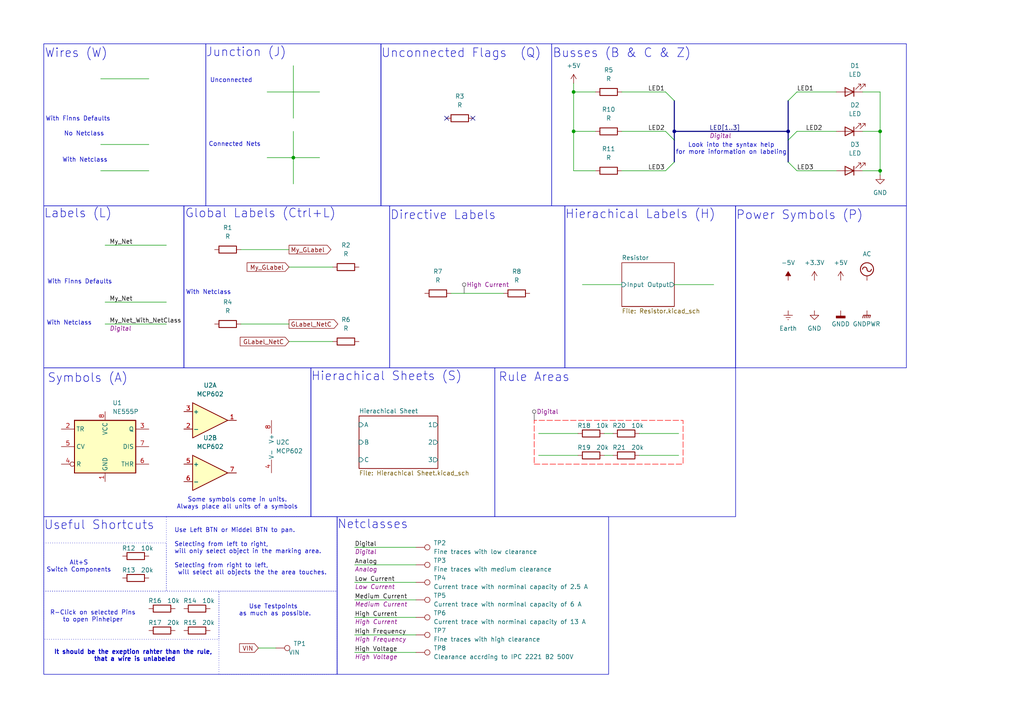
<source format=kicad_sch>
(kicad_sch (version 20250114) (generator "eeschema") (generator_version "9.0")
  (paper "A4")
  (lib_symbols
    (symbol "000 Custom Symbols:Testpoint" (pin_numbers (hide yes)) (pin_names (hide yes)) (exclude_from_sim yes) (in_bom no)
      (property "Reference" "TP" (at 0.254 5.334 0))
      (property "Value" "${SHORT_NET_NAME(1)}" (at 6.35 7.874 0))
      (symbol "Testpoint_0_1"
        (circle (center 0 3.302) (radius 0.762))
      )
      (symbol "Testpoint_1_1"
        (pin passive line (at 0 0 90) (length 2.54) (name "1") (number "1"))
      )
    )
    (symbol "Amplifier_Operational:MCP602" (pin_names (offset 0.127))
      (property "Reference" "U" (at 0 5.08 0))
      (property "Value" "MCP602" (at 0 -5.08 0))
      (symbol "MCP602_1_1"
        (polyline (pts (xy -5.08 5.08) (xy 5.08 0) (xy -5.08 -5.08) (xy -5.08 5.08)) (stroke (width 0.254)) (fill (type background)))
        (pin input line (at -7.62 2.54 0) (length 2.54) (name "+") (number "3"))
        (pin input line (at -7.62 -2.54 0) (length 2.54) (name "-") (number "2"))
        (pin output line (at 7.62 0 180) (length 2.54) (name "~") (number "1"))
      )
      (symbol "MCP602_2_1"
        (polyline (pts (xy -5.08 5.08) (xy 5.08 0) (xy -5.08 -5.08) (xy -5.08 5.08)) (stroke (width 0.254)) (fill (type background)))
        (pin input line (at -7.62 2.54 0) (length 2.54) (name "+") (number "5"))
        (pin input line (at -7.62 -2.54 0) (length 2.54) (name "-") (number "6"))
        (pin output line (at 7.62 0 180) (length 2.54) (name "~") (number "7"))
      )
      (symbol "MCP602_3_1"
        (pin power_in line (at -2.54 7.62 270) (length 3.81) (name "V+") (number "8"))
        (pin power_in line (at -2.54 -7.62 90) (length 3.81) (name "V-") (number "4"))
      )
    )
    (symbol "Device:LED" (pin_numbers (hide yes)) (pin_names (offset 1.016) (hide yes))
      (property "Reference" "D" (at 0 2.54 0))
      (property "Value" "LED" (at 0 -2.54 0))
      (symbol "LED_0_1"
        (polyline (pts (xy -3.048 -0.762) (xy -4.572 -2.286) (xy -3.81 -2.286) (xy -4.572 -2.286) (xy -4.572 -1.524)))
        (polyline (pts (xy -1.778 -0.762) (xy -3.302 -2.286) (xy -2.54 -2.286) (xy -3.302 -2.286) (xy -3.302 -1.524)))
        (polyline (pts (xy -1.27 0) (xy 1.27 0)))
        (polyline (pts (xy -1.27 -1.27) (xy -1.27 1.27)) (stroke (width 0.254)))
        (polyline (pts (xy 1.27 -1.27) (xy 1.27 1.27) (xy -1.27 0) (xy 1.27 -1.27)) (stroke (width 0.254)))
      )
      (symbol "LED_1_1"
        (pin passive line (at -3.81 0 0) (length 2.54) (name "K") (number "1"))
        (pin passive line (at 3.81 0 180) (length 2.54) (name "A") (number "2"))
      )
    )
    (symbol "Device:R" (pin_numbers (hide yes)) (pin_names (offset 0))
      (property "Reference" "R" (at 2.032 0 90))
      (property "Value" "R" (at 0 0 90))
      (symbol "R_0_1"
        (rectangle (start -1.016 -2.54) (end 1.016 2.54) (stroke (width 0.254)))
      )
      (symbol "R_1_1"
        (pin passive line (at 0 3.81 270) (length 1.27) (name "~") (number "1"))
        (pin passive line (at 0 -3.81 90) (length 1.27) (name "~") (number "2"))
      )
    )
    (symbol "Timer:NE555P"
      (property "Reference" "U" (at -10.16 8.89 0))
      (property "Value" "NE555P" (at 2.54 8.89 0))
      (symbol "NE555P_0_0"
        (pin power_in line (at 0 10.16 270) (length 2.54) (name "VCC") (number "8"))
        (pin power_in line (at 0 -10.16 90) (length 2.54) (name "GND") (number "1"))
      )
      (symbol "NE555P_0_1"
        (rectangle (start -8.89 -7.62) (end 8.89 7.62) (stroke (width 0.254)) (fill (type background)))
        (rectangle (start -8.89 -7.62) (end 8.89 7.62) (stroke (width 0.254)) (fill (type background)))
      )
      (symbol "NE555P_1_1"
        (pin input line (at -12.7 5.08 0) (length 3.81) (name "TR") (number "2"))
        (pin input line (at -12.7 0 0) (length 3.81) (name "CV") (number "5"))
        (pin input inverted (at -12.7 -5.08 0) (length 3.81) (name "R") (number "4"))
        (pin output line (at 12.7 5.08 180) (length 3.81) (name "Q") (number "3"))
        (pin input line (at 12.7 0 180) (length 3.81) (name "DIS") (number "7"))
        (pin input line (at 12.7 -5.08 180) (length 3.81) (name "THR") (number "6"))
      )
    )
    (symbol "power:+3.3V" (power) (pin_numbers (hide yes)) (pin_names (offset 0) (hide yes))
      (property "Value" "+3.3V" (at 0 3.556 0))
      (symbol "+3.3V_0_1"
        (polyline (pts (xy -0.762 1.27) (xy 0 2.54)))
        (polyline (pts (xy 0 2.54) (xy 0.762 1.27)))
        (polyline (pts (xy 0 0) (xy 0 2.54)))
      )
      (symbol "+3.3V_1_1"
        (pin power_in line (at 0 0 90) (length 0) (name "~") (number "1"))
      )
    )
    (symbol "power:+5V" (power) (pin_numbers (hide yes)) (pin_names (offset 0) (hide yes))
      (property "Value" "+5V" (at 0 3.556 0))
      (symbol "+5V_0_1"
        (polyline (pts (xy -0.762 1.27) (xy 0 2.54)))
        (polyline (pts (xy 0 2.54) (xy 0.762 1.27)))
        (polyline (pts (xy 0 0) (xy 0 2.54)))
      )
      (symbol "+5V_1_1"
        (pin power_in line (at 0 0 90) (length 0) (name "~") (number "1"))
      )
    )
    (symbol "power:-5V" (power) (pin_numbers (hide yes)) (pin_names (offset 0) (hide yes))
      (property "Value" "-5V" (at 0 3.556 0))
      (symbol "-5V_0_0"
        (pin power_in line (at 0 0 90) (length 0) (name "~") (number "1"))
      )
      (symbol "-5V_0_1"
        (polyline (pts (xy 0 0) (xy 0 1.27) (xy 0.762 1.27) (xy 0 2.54) (xy -0.762 1.27) (xy 0 1.27)) (fill (type outline)))
      )
    )
    (symbol "power:AC" (power) (pin_numbers (hide yes)) (pin_names (offset 0) (hide yes))
      (property "Value" "AC" (at 0 6.35 0))
      (symbol "AC_0_1"
        (arc (start -1.27 3.175) (mid -0.635 3.8073) (end 0 3.175) (stroke (width 0.254)))
        (circle (center 0 3.175) (radius 1.905) (stroke (width 0.254)))
        (polyline (pts (xy 0 0) (xy 0 1.27)))
        (arc (start 1.27 3.175) (mid 0.635 2.5427) (end 0 3.175) (stroke (width 0.254)))
      )
      (symbol "AC_1_1"
        (pin power_in line (at 0 0 90) (length 0) (name "~") (number "1"))
      )
    )
    (symbol "power:Earth" (power) (pin_numbers (hide yes)) (pin_names (offset 0) (hide yes))
      (property "Value" "Earth" (at 0 -3.81 0))
      (symbol "Earth_0_1"
        (polyline (pts (xy -0.635 -1.905) (xy 0.635 -1.905)))
        (polyline (pts (xy -0.127 -2.54) (xy 0.127 -2.54)))
        (polyline (pts (xy 0 -1.27) (xy 0 0)))
        (polyline (pts (xy 1.27 -1.27) (xy -1.27 -1.27)))
      )
      (symbol "Earth_1_1"
        (pin power_in line (at 0 0 270) (length 0) (name "~") (number "1"))
      )
    )
    (symbol "power:GND" (power) (pin_numbers (hide yes)) (pin_names (offset 0) (hide yes))
      (property "Value" "GND" (at 0 -3.81 0))
      (symbol "GND_0_1"
        (polyline (pts (xy 0 0) (xy 0 -1.27) (xy 1.27 -1.27) (xy 0 -2.54) (xy -1.27 -1.27) (xy 0 -1.27)))
      )
      (symbol "GND_1_1"
        (pin power_in line (at 0 0 270) (length 0) (name "~") (number "1"))
      )
    )
    (symbol "power:GNDD" (power) (pin_numbers (hide yes)) (pin_names (offset 0) (hide yes))
      (property "Value" "GNDD" (at 0 -3.175 0))
      (symbol "GNDD_0_1"
        (rectangle (start -1.27 -1.524) (end 1.27 -2.032) (stroke (width 0.254)) (fill (type outline)))
        (polyline (pts (xy 0 0) (xy 0 -1.524)))
      )
      (symbol "GNDD_1_1"
        (pin power_in line (at 0 0 270) (length 0) (name "~") (number "1"))
      )
    )
    (symbol "power:GNDPWR" (power) (pin_numbers (hide yes)) (pin_names (offset 0) (hide yes))
      (property "Value" "GNDPWR" (at 0 -3.302 0))
      (symbol "GNDPWR_0_1"
        (polyline (pts (xy -1.016 -1.27) (xy -1.27 -2.032) (xy -1.27 -2.032)) (stroke (width 0.2032)))
        (polyline (pts (xy -0.508 -1.27) (xy -0.762 -2.032) (xy -0.762 -2.032)) (stroke (width 0.2032)))
        (polyline (pts (xy 0 -1.27) (xy 0 0)))
        (polyline (pts (xy 0 -1.27) (xy -0.254 -2.032) (xy -0.254 -2.032)) (stroke (width 0.2032)))
        (polyline (pts (xy 0.508 -1.27) (xy 0.254 -2.032) (xy 0.254 -2.032)) (stroke (width 0.2032)))
        (polyline (pts (xy 1.016 -1.27) (xy -1.016 -1.27) (xy -1.016 -1.27)) (stroke (width 0.2032)))
        (polyline (pts (xy 1.016 -1.27) (xy 0.762 -2.032) (xy 0.762 -2.032) (xy 0.762 -2.032)) (stroke (width 0.2032)))
      )
      (symbol "GNDPWR_1_1"
        (pin power_in line (at 0 0 270) (length 0) (name "~") (number "1"))
      )
    )
  )
  (rectangle (start 53.34 59.69) (end 113.03 106.68))
  (rectangle (start 63.5 171.45) (end 97.79 195.58) (stroke (width 0) (type dot)))
  (rectangle (start 143.51 106.68) (end 213.36 149.86))
  (rectangle (start 163.83 59.69) (end 213.36 106.68))
  (rectangle (start 160.02 12.7) (end 262.89 59.69))
  (rectangle (start 12.7 12.7) (end 59.69 59.69))
  (rectangle (start 90.17 106.68) (end 143.51 149.86))
  (rectangle (start 110.49 12.7) (end 160.02 59.69))
  (rectangle (start 12.7 149.86) (end 97.79 195.58))
  (rectangle (start 12.7 106.68) (end 90.17 149.86))
  (rectangle (start 59.69 12.7) (end 110.49 59.69))
  (rectangle (start 48.26 149.86) (end 97.79 171.45) (stroke (width 0) (type dot)))
  (rectangle (start 12.7 157.48) (end 48.26 171.45) (stroke (width 0) (type dot)))
  (rectangle (start 213.36 59.69) (end 262.89 106.68))
  (rectangle (start 97.79 149.86) (end 176.53 195.58))
  (rectangle (start 12.7 59.69) (end 53.34 106.68))
  (rectangle (start 113.03 59.69) (end 163.83 106.68))
  (rectangle (start 12.7 171.45) (end 63.5 185.42) (stroke (width 0) (type dot)))
  (text "R-Click on selected Pins\nto open Pinhelper" (at 26.924 178.816 0) (effects (font (size 1.27 1.27))))
  (text "It should be the exeption rahter than the rule,\n that a wire is unlabeled" (at 38.608 190.246 0) (effects (font (size 1.27 1.27) (thickness 0.254) (bold yes))))
  (text "Netclasses" (at 97.79 152.146 0) (effects (font (size 2.54 2.54)) (justify left)))
  (text "Hierachical Labels (H)" (at 163.83 62.23 0) (effects (font (size 2.54 2.54)) (justify left)))
  (text "With Finns Defaults" (at 22.606 34.544 0) (effects (font (size 1.27 1.27))))
  (text "Symbols (A)" (at 13.716 109.728 0) (effects (font (size 2.54 2.54)) (justify left)))
  (text "Look into the syntax help\nfor more information on labeling\n" (at 212.09 43.18 0) (effects (font (size 1.27 1.27))))
  (text "Busses (B & C & Z)" (at 180.34 15.494 0) (effects (font (size 2.54 2.54))))
  (text "Some symbols come in units.\nAlways place all units of a symbols" (at 68.834 146.05 0) (effects (font (size 1.27 1.27))))
  (text "Connected Nets" (at 68.072 41.91 0) (effects (font (size 1.27 1.27))))
  (text "With Netclass" (at 20.066 93.726 0) (effects (font (size 1.27 1.27))))
  (text "Labels (L)" (at 12.7 61.976 0) (effects (font (size 2.54 2.54)) (justify left)))
  (text "Unconnected Flags  (Q)" (at 110.49 15.494 0) (effects (font (size 2.54 2.54)) (justify left)))
  (text "Alt+S\nSwitch Components" (at 22.86 164.338 0) (effects (font (size 1.27 1.27))))
  (text "Power Symbols (P)" (at 231.902 62.484 0) (effects (font (size 2.54 2.54))))
  (text "Directive Labels" (at 128.524 62.484 0) (effects (font (size 2.54 2.54))))
  (text "With Netclass" (at 24.638 46.482 0) (effects (font (size 1.27 1.27))))
  (text "With Netclass" (at 60.452 84.836 0) (effects (font (size 1.27 1.27))))
  (text "No Netclass" (at 24.384 38.862 0) (effects (font (size 1.27 1.27))))
  (text "Useful Shortcuts" (at 12.7 152.4 0) (effects (font (size 2.54 2.54)) (justify left)))
  (text "Use Testpoints \nas much as possible.\n" (at 79.756 177.038 0) (effects (font (size 1.27 1.27))))
  (text "Hierachical Sheets (S)" (at 90.17 109.22 0) (effects (font (size 2.54 2.54)) (justify left)))
  (text "Unconnected" (at 67.056 23.368 0) (effects (font (size 1.27 1.27))))
  (text "Wires (W)" (at 22.098 15.494 0) (effects (font (size 2.54 2.54))))
  (text "Use Left BTN or Middel BTN to pan.\n\nSelecting from left to right, \nwill only select object in the marking area.\n\nSelecting from right to left,\n will select all objects the the area touches." (at 50.546 160.02 0) (effects (font (size 1.27 1.27)) (justify left)))
  (text "Rule Areas" (at 144.526 109.474 0) (effects (font (size 2.54 2.54)) (justify left)))
  (text "Junction (J)" (at 59.69 15.24 0) (effects (font (size 2.54 2.54)) (justify left)))
  (text "With Finns Defaults" (at 23.114 81.788 0) (effects (font (size 1.27 1.27))))
  (text "Global Labels (Ctrl+L)" (at 53.594 61.976 0) (effects (font (size 2.54 2.54)) (justify left)))
  (junction (at 166.37 26.67))
  (junction (at 195.58 38.1))
  (junction (at 166.37 38.1))
  (junction (at 255.27 38.1))
  (junction (at 228.6 38.1))
  (junction (at 255.27 49.53))
  (junction (at 85.09 45.72))
  (no_connect (at 129.54 34.29))
  (no_connect (at 137.16 34.29))
  (bus_entry (at 195.58 29.21) (size -2.54 -2.54))
  (bus_entry (at 228.6 40.64) (size 2.54 -2.54))
  (bus_entry (at 195.58 40.64) (size -2.54 -2.54))
  (bus_entry (at 195.58 46.99) (size -2.54 2.54))
  (bus_entry (at 228.6 29.21) (size 2.54 -2.54))
  (bus_entry (at 228.6 46.99) (size 2.54 2.54))
  (wire (pts (xy 77.47 45.72) (xy 85.09 45.72)))
  (wire (pts (xy 102.87 168.91) (xy 120.65 168.91)))
  (wire (pts (xy 74.93 187.96) (xy 80.01 187.96)))
  (wire (pts (xy 231.14 49.53) (xy 242.57 49.53)))
  (wire (pts (xy 180.34 49.53) (xy 193.04 49.53)))
  (wire (pts (xy 231.14 26.67) (xy 242.57 26.67)))
  (wire (pts (xy 166.37 24.13) (xy 166.37 26.67)))
  (bus (pts (xy 195.58 38.1) (xy 195.58 40.64)))
  (wire (pts (xy 166.37 38.1) (xy 166.37 49.53)))
  (wire (pts (xy 195.58 82.55) (xy 207.01 82.55)))
  (wire (pts (xy 180.34 26.67) (xy 193.04 26.67)))
  (wire (pts (xy 85.09 45.72) (xy 92.71 45.72)))
  (wire (pts (xy 250.19 38.1) (xy 255.27 38.1)))
  (wire (pts (xy 255.27 49.53) (xy 255.27 50.8)))
  (wire (pts (xy 156.21 125.73) (xy 167.64 125.73)))
  (wire (pts (xy 156.21 132.08) (xy 167.64 132.08)))
  (wire (pts (xy 29.21 41.91) (xy 43.18 41.91)))
  (wire (pts (xy 85.09 19.05) (xy 85.09 34.29)))
  (wire (pts (xy 166.37 26.67) (xy 172.72 26.67)))
  (wire (pts (xy 102.87 173.99) (xy 120.65 173.99)))
  (wire (pts (xy 102.87 163.83) (xy 120.65 163.83)))
  (wire (pts (xy 175.26 125.73) (xy 177.8 125.73)))
  (bus (pts (xy 228.6 29.21) (xy 228.6 38.1)))
  (wire (pts (xy 168.91 82.55) (xy 180.34 82.55)))
  (wire (pts (xy 102.87 184.15) (xy 120.65 184.15)))
  (wire (pts (xy 185.42 125.73) (xy 196.85 125.73)))
  (wire (pts (xy 166.37 38.1) (xy 172.72 38.1)))
  (bus (pts (xy 228.6 38.1) (xy 195.58 38.1)))
  (wire (pts (xy 30.48 87.63) (xy 48.26 87.63)))
  (wire (pts (xy 102.87 179.07) (xy 120.65 179.07)))
  (wire (pts (xy 30.48 71.12) (xy 48.26 71.12)))
  (wire (pts (xy 77.47 26.67) (xy 92.71 26.67)))
  (wire (pts (xy 255.27 26.67) (xy 255.27 38.1)))
  (wire (pts (xy 69.85 72.39) (xy 83.82 72.39)))
  (bus (pts (xy 228.6 38.1) (xy 228.6 40.64)))
  (wire (pts (xy 83.82 99.06) (xy 96.52 99.06)))
  (wire (pts (xy 185.42 132.08) (xy 196.85 132.08)))
  (wire (pts (xy 29.21 49.53) (xy 43.18 49.53)))
  (wire (pts (xy 166.37 26.67) (xy 166.37 38.1)))
  (wire (pts (xy 231.14 38.1) (xy 242.57 38.1)))
  (wire (pts (xy 250.19 26.67) (xy 255.27 26.67)))
  (wire (pts (xy 85.09 38.1) (xy 85.09 45.72)))
  (wire (pts (xy 180.34 38.1) (xy 193.04 38.1)))
  (bus (pts (xy 195.58 40.64) (xy 195.58 46.99)))
  (wire (pts (xy 29.21 22.86) (xy 43.18 22.86)))
  (wire (pts (xy 30.48 93.98) (xy 48.26 93.98)))
  (wire (pts (xy 175.26 132.08) (xy 177.8 132.08)))
  (wire (pts (xy 250.19 49.53) (xy 255.27 49.53)))
  (wire (pts (xy 85.09 45.72) (xy 85.09 53.34)))
  (wire (pts (xy 130.81 85.09) (xy 146.05 85.09)))
  (wire (pts (xy 255.27 38.1) (xy 255.27 49.53)))
  (wire (pts (xy 166.37 49.53) (xy 172.72 49.53)))
  (bus (pts (xy 195.58 29.21) (xy 195.58 38.1)))
  (wire (pts (xy 102.87 189.23) (xy 120.65 189.23)))
  (bus (pts (xy 228.6 40.64) (xy 228.6 46.99)))
  (wire (pts (xy 69.85 93.98) (xy 83.82 93.98)))
  (wire (pts (xy 102.87 158.75) (xy 120.65 158.75)))
  (wire (pts (xy 83.82 77.47) (xy 96.52 77.47)))
  (label "LED2" (at 233.68 38.1 0))
  (label "High Frequency" (at 102.87 184.15 0) (property "Netclass" "High Frequency" (at 102.87 185.42 0) (effects (font (italic yes)) (justify left))))
  (label "LED1" (at 231.14 26.67 0))
  (label "Medium Current" (at 102.87 173.99 0) (property "Netclass" "Medium Current" (at 102.87 175.26 0) (effects (font (italic yes)) (justify left))))
  (label "High Voltage" (at 102.87 189.23 0) (property "Netclass" "High Voltage" (at 102.87 190.5 0) (effects (font (italic yes)) (justify left))))
  (label "High Current" (at 102.87 179.07 0) (property "Netclass" "High Current" (at 102.87 180.34 0) (effects (font (italic yes)) (justify left))))
  (label "LED3" (at 231.14 49.53 0))
  (label "LED3" (at 187.96 49.53 0))
  (label "My_Net_With_NetClass" (at 31.75 93.98 0) (property "Netclass" "Digital" (at 31.75 95.25 0) (effects (font (italic yes)) (justify left))))
  (label "LED1" (at 187.96 26.67 0))
  (label "My_Net" (at 31.75 71.12 0))
  (label "Digital" (at 102.87 158.75 0) (property "Netclass" "Digital" (at 102.87 160.02 0) (effects (font (italic yes)) (justify left))))
  (label "Analog" (at 102.87 163.83 0) (property "Netclass" "Analog" (at 102.87 165.1 0) (effects (font (italic yes)) (justify left))))
  (label "Low Current" (at 102.87 168.91 0) (property "Netclass" "Low Current" (at 102.87 170.18 0) (effects (font (italic yes)) (justify left))))
  (label "My_Net" (at 31.75 87.63 0))
  (label "LED[1..3]" (at 205.74 38.1 0) (property "Netclass" "Digital" (at 205.74 39.37 0) (effects (font (italic yes)) (justify left))))
  (label "LED2" (at 187.96 38.1 0))
  (global_label "My_GLabel" (shape output) (at 83.82 72.39 0) (property "Intersheetrefs" "${INTERSHEET_REFS}" (effects (hide yes))))
  (global_label "VIN" (shape input) (at 74.93 187.96 180) (property "Intersheetrefs" "${INTERSHEET_REFS}" (effects (hide yes))) (property "Netclass" "Digital" (effects (hide yes))))
  (global_label "My_GLabel" (shape input) (at 83.82 77.47 180) (property "Intersheetrefs" "${INTERSHEET_REFS}" (effects (hide yes))))
  (global_label "GLabel_NetC" (shape output) (at 83.82 93.98 0) (property "Intersheetrefs" "${INTERSHEET_REFS}" (effects (hide yes))) (property "Netclass" "Analog" (effects (hide yes))))
  (global_label "GLabel_NetC" (shape input) (at 83.82 99.06 180) (property "Intersheetrefs" "${INTERSHEET_REFS}" (effects (hide yes))))
  (rule_area (polyline (pts (xy 154.94 134.62) (xy 198.12 134.62) (xy 198.12 121.92) (xy 154.94 121.92)) (stroke (width 0) (type dash))))
  (netclass_flag "" (length 2.54) (shape round) (at 134.62 85.09 0) (property "Netclass" "High Current" (at 135.3185 82.55 0) (effects (justify left))))
  (netclass_flag "" (length 2.54) (shape round) (at 154.94 121.92 0) (property "Netclass" "Digital" (at 155.6385 119.38 0) (effects (justify left))))
  (symbol (lib_id "Device:R") (at 176.53 38.1 90) (unit 1)
    (property "Reference" "R10" (at 176.53 31.75 90))
    (property "Value" "R" (at 176.53 34.29 90))
    (property "Description" "Resistor" (effects (hide yes)))
  )
  (symbol (lib_id "Device:R") (at 149.86 85.09 90) (unit 1)
    (property "Reference" "R8" (at 149.86 78.74 90))
    (property "Value" "R" (at 149.86 81.28 90))
    (property "Description" "Resistor" (effects (hide yes)))
  )
  (symbol (lib_id "Device:LED") (at 246.38 26.67 180) (unit 1)
    (property "Reference" "D1" (at 247.9675 19.05 0))
    (property "Value" "LED" (at 247.9675 21.59 0))
    (property "Description" "Light emitting diode" (effects (hide yes)))
    (property "Sim.Pins" "1=K 2=A" (effects (hide yes)))
  )
  (symbol (lib_id "000 Custom Symbols:Testpoint") (at 120.65 184.15 270) (unit 1) (exclude_from_sim yes) (in_bom no)
    (property "Reference" "TP7" (at 125.73 182.8799 90) (effects (justify left)))
    (property "Value" "Fine traces with high clearance" (at 125.73 185.4199 90) (effects (justify left)))
    (property "Footprint" "001 CNC Footprints:TestPoint" (effects (hide yes)))
  )
  (symbol (lib_id "power:AC") (at 251.46 81.28 0) (unit 1)
    (property "Reference" "#PWR06" (effects (hide yes)))
    (property "Value" "AC" (at 251.46 73.66 0))
    (property "Description" "Power symbol creates a global label with name \"AC\"" (effects (hide yes)))
  )
  (symbol (lib_id "000 Custom Symbols:Testpoint") (at 120.65 163.83 270) (unit 1) (exclude_from_sim yes) (in_bom no)
    (property "Reference" "TP3" (at 125.73 162.5599 90) (effects (justify left)))
    (property "Value" "Fine traces with medium clearance" (at 125.73 165.0999 90) (effects (justify left)))
    (property "Footprint" "001 CNC Footprints:TestPoint" (effects (hide yes)))
  )
  (symbol (lib_id "000 Custom Symbols:Testpoint") (at 120.65 173.99 270) (unit 1) (exclude_from_sim yes) (in_bom no)
    (property "Reference" "TP5" (at 125.73 172.7199 90) (effects (justify left)))
    (property "Value" "Current trace with norminal capacity of 6 A" (at 125.73 175.2599 90) (effects (justify left)))
    (property "Footprint" "001 CNC Footprints:TestPoint" (effects (hide yes)))
  )
  (symbol (lib_id "power:-5V") (at 228.6 81.28 0) (unit 1)
    (property "Reference" "#PWR08" (effects (hide yes)))
    (property "Value" "-5V" (at 228.6 76.2 0))
    (property "Description" "Power symbol creates a global label with name \"-5V\"" (effects (hide yes)))
  )
  (symbol (lib_id "Device:R") (at 57.15 176.53 90) (unit 1)
    (property "Reference" "R14" (at 55.118 174.244 90))
    (property "Value" "10k" (at 60.452 174.244 90))
    (property "Description" "Resistor" (effects (hide yes)))
  )
  (symbol (lib_id "Device:R") (at 66.04 93.98 90) (unit 1)
    (property "Reference" "R4" (at 66.04 87.63 90))
    (property "Value" "R" (at 66.04 90.17 90))
    (property "Description" "Resistor" (effects (hide yes)))
  )
  (symbol (lib_id "Device:R") (at 133.35 34.29 90) (unit 1)
    (property "Reference" "R3" (at 133.35 27.94 90))
    (property "Value" "R" (at 133.35 30.48 90))
    (property "Description" "Resistor" (effects (hide yes)))
  )
  (symbol (lib_id "Device:LED") (at 246.38 49.53 180) (unit 1)
    (property "Reference" "D3" (at 247.9675 41.91 0))
    (property "Value" "LED" (at 247.9675 44.45 0))
    (property "Description" "Light emitting diode" (effects (hide yes)))
    (property "Sim.Pins" "1=K 2=A" (effects (hide yes)))
  )
  (symbol (lib_id "Device:R") (at 181.61 125.73 90) (unit 1)
    (property "Reference" "R20" (at 179.578 123.444 90))
    (property "Value" "10k" (at 184.912 123.444 90))
    (property "Description" "Resistor" (effects (hide yes)))
  )
  (symbol (lib_id "power:Earth") (at 228.6 90.17 0) (unit 1)
    (property "Reference" "#PWR05" (effects (hide yes)))
    (property "Value" "Earth" (at 228.6 95.25 0))
    (property "Description" "Power symbol creates a global label with name \"Earth\"" (effects (hide yes)))
  )
  (symbol (lib_id "Timer:NE555P") (at 30.48 129.54 0) (unit 1)
    (property "Reference" "U1" (at 32.6233 116.84 0) (effects (justify left)))
    (property "Value" "NE555P" (at 32.6233 119.38 0) (effects (justify left)))
    (property "Footprint" "Package_DIP:DIP-8_W7.62mm" (effects (hide yes)))
    (property "Datasheet" "http://www.ti.com/lit/ds/symlink/ne555.pdf" (effects (hide yes)))
    (property "Description" "Precision Timers, 555 compatible,  PDIP-8" (effects (hide yes)))
  )
  (symbol (lib_id "Device:R") (at 171.45 132.08 90) (unit 1)
    (property "Reference" "R19" (at 169.418 129.794 90))
    (property "Value" "20k" (at 174.752 129.794 90))
    (property "Description" "Resistor" (effects (hide yes)))
  )
  (symbol (lib_id "000 Custom Symbols:Testpoint") (at 120.65 168.91 270) (unit 1) (exclude_from_sim yes) (in_bom no)
    (property "Reference" "TP4" (at 125.73 167.6399 90) (effects (justify left)))
    (property "Value" "Current trace with norminal capacity of 2.5 A" (at 125.73 170.1799 90) (effects (justify left)))
    (property "Footprint" "001 CNC Footprints:TestPoint" (effects (hide yes)))
  )
  (symbol (lib_id "Amplifier_Operational:MCP602") (at 60.96 121.92 0) (unit 1)
    (property "Reference" "U2" (at 60.96 111.76 0))
    (property "Value" "MCP602" (at 60.96 114.3 0))
    (property "Datasheet" "http://ww1.microchip.com/downloads/en/DeviceDoc/21314g.pdf" (effects (hide yes)))
    (property "Description" "Dual 2.7V to 6.0V Single Supply CMOS Op Amps, DIP-8/SOIC-8/TSSOP-8" (effects (hide yes)))
  )
  (symbol (lib_id "power:+5V") (at 243.84 81.28 0) (unit 1)
    (property "Reference" "#PWR01" (effects (hide yes)))
    (property "Value" "+5V" (at 243.84 76.2 0))
    (property "Description" "Power symbol creates a global label with name \"+5V\"" (effects (hide yes)))
  )
  (symbol (lib_id "000 Custom Symbols:Testpoint") (at 80.01 187.96 270) (unit 1) (exclude_from_sim yes) (in_bom no)
    (property "Reference" "TP1" (at 85.09 186.6899 90) (effects (justify left)))
    (property "Value" "${SHORT_NET_NAME(1)}" (at 85.09 189.2299 90) (effects (justify left)))
    (property "Footprint" "001 CNC Footprints:TestPoint" (effects (hide yes)))
  )
  (symbol (lib_id "Device:R") (at 39.37 161.29 90) (unit 1)
    (property "Reference" "R12" (at 37.338 159.004 90))
    (property "Value" "10k" (at 42.672 159.004 90))
    (property "Description" "Resistor" (effects (hide yes)))
  )
  (symbol (lib_id "Device:R") (at 176.53 26.67 90) (unit 1)
    (property "Reference" "R5" (at 176.53 20.32 90))
    (property "Value" "R" (at 176.53 22.86 90))
    (property "Description" "Resistor" (effects (hide yes)))
  )
  (symbol (lib_id "power:GND") (at 236.22 90.17 0) (unit 1)
    (property "Reference" "#PWR02" (effects (hide yes)))
    (property "Value" "GND" (at 236.22 95.25 0))
    (property "Description" "Power symbol creates a global label with name \"GND\" , ground" (effects (hide yes)))
  )
  (symbol (lib_id "Device:R") (at 100.33 99.06 90) (unit 1)
    (property "Reference" "R6" (at 100.33 92.71 90))
    (property "Value" "R" (at 100.33 95.25 90))
    (property "Description" "Resistor" (effects (hide yes)))
  )
  (symbol (lib_id "Device:R") (at 66.04 72.39 90) (unit 1)
    (property "Reference" "R1" (at 66.04 66.04 90))
    (property "Value" "R" (at 66.04 68.58 90))
    (property "Description" "Resistor" (effects (hide yes)))
  )
  (symbol (lib_id "Device:R") (at 46.99 182.88 90) (unit 1)
    (property "Reference" "R17" (at 44.958 180.594 90))
    (property "Value" "20k" (at 50.292 180.594 90))
    (property "Description" "Resistor" (effects (hide yes)))
  )
  (symbol (lib_id "Device:LED") (at 246.38 38.1 180) (unit 1)
    (property "Reference" "D2" (at 247.9675 30.48 0))
    (property "Value" "LED" (at 247.9675 33.02 0))
    (property "Description" "Light emitting diode" (effects (hide yes)))
    (property "Sim.Pins" "1=K 2=A" (effects (hide yes)))
  )
  (symbol (lib_id "power:GNDD") (at 243.84 90.17 0) (unit 1)
    (property "Reference" "#PWR07" (effects (hide yes)))
    (property "Value" "GNDD" (at 243.84 93.98 0))
    (property "Description" "Power symbol creates a global label with name \"GNDD\" , digital ground" (effects (hide yes)))
  )
  (symbol (lib_id "Amplifier_Operational:MCP602") (at 60.96 137.16 0) (unit 2)
    (property "Reference" "U2" (at 60.96 127 0))
    (property "Value" "MCP602" (at 60.96 129.54 0))
    (property "Datasheet" "http://ww1.microchip.com/downloads/en/DeviceDoc/21314g.pdf" (effects (hide yes)))
    (property "Description" "Dual 2.7V to 6.0V Single Supply CMOS Op Amps, DIP-8/SOIC-8/TSSOP-8" (effects (hide yes)))
  )
  (symbol (lib_id "Device:R") (at 46.99 176.53 90) (unit 1)
    (property "Reference" "R16" (at 44.958 174.244 90))
    (property "Value" "10k" (at 50.292 174.244 90))
    (property "Description" "Resistor" (effects (hide yes)))
  )
  (symbol (lib_id "power:GND") (at 255.27 50.8 0) (unit 1)
    (property "Reference" "#PWR09" (effects (hide yes)))
    (property "Value" "GND" (at 255.27 55.88 0))
    (property "Description" "Power symbol creates a global label with name \"GND\" , ground" (effects (hide yes)))
  )
  (symbol (lib_id "power:GNDPWR") (at 251.46 90.17 0) (unit 1)
    (property "Reference" "#PWR04" (effects (hide yes)))
    (property "Value" "GNDPWR" (at 251.333 93.98 0))
    (property "Description" "Power symbol creates a global label with name \"GNDPWR\" , global ground" (effects (hide yes)))
  )
  (symbol (lib_id "000 Custom Symbols:Testpoint") (at 120.65 158.75 270) (unit 1) (exclude_from_sim yes) (in_bom no)
    (property "Reference" "TP2" (at 125.73 157.4799 90) (effects (justify left)))
    (property "Value" "Fine traces with low clearance" (at 125.73 160.0199 90) (effects (justify left)))
    (property "Footprint" "001 CNC Footprints:TestPoint" (effects (hide yes)))
  )
  (symbol (lib_id "Device:R") (at 176.53 49.53 90) (unit 1)
    (property "Reference" "R11" (at 176.53 43.18 90))
    (property "Value" "R" (at 176.53 45.72 90))
    (property "Description" "Resistor" (effects (hide yes)))
  )
  (symbol (lib_id "Device:R") (at 181.61 132.08 90) (unit 1)
    (property "Reference" "R21" (at 179.578 129.794 90))
    (property "Value" "20k" (at 184.912 129.794 90))
    (property "Description" "Resistor" (effects (hide yes)))
  )
  (symbol (lib_id "power:+5V") (at 166.37 24.13 0) (unit 1)
    (property "Reference" "#PWR010" (effects (hide yes)))
    (property "Value" "+5V" (at 166.37 19.05 0))
    (property "Description" "Power symbol creates a global label with name \"+5V\"" (effects (hide yes)))
  )
  (symbol (lib_id "000 Custom Symbols:Testpoint") (at 120.65 189.23 270) (unit 1) (exclude_from_sim yes) (in_bom no)
    (property "Reference" "TP8" (at 125.73 187.9599 90) (effects (justify left)))
    (property "Value" "Clearance accrding to IPC 2221 B2 500V" (at 125.73 190.4999 90) (effects (justify left)))
    (property "Footprint" "001 CNC Footprints:TestPoint" (effects (hide yes)))
  )
  (symbol (lib_id "Device:R") (at 57.15 182.88 90) (unit 1)
    (property "Reference" "R15" (at 55.118 180.594 90))
    (property "Value" "20k" (at 60.452 180.594 90))
    (property "Description" "Resistor" (effects (hide yes)))
  )
  (symbol (lib_id "power:+3.3V") (at 236.22 81.28 0) (unit 1)
    (property "Reference" "#PWR03" (effects (hide yes)))
    (property "Value" "+3.3V" (at 236.22 76.2 0))
    (property "Description" "Power symbol creates a global label with name \"+3.3V\"" (effects (hide yes)))
  )
  (symbol (lib_id "Device:R") (at 171.45 125.73 90) (unit 1)
    (property "Reference" "R18" (at 169.418 123.444 90))
    (property "Value" "10k" (at 174.752 123.444 90))
    (property "Description" "Resistor" (effects (hide yes)))
  )
  (symbol (lib_id "Amplifier_Operational:MCP602") (at 81.28 129.54 0) (unit 3)
    (property "Reference" "U2" (at 80.01 128.2699 0) (effects (justify left)))
    (property "Value" "MCP602" (at 80.01 130.8099 0) (effects (justify left)))
    (property "Datasheet" "http://ww1.microchip.com/downloads/en/DeviceDoc/21314g.pdf" (effects (hide yes)))
    (property "Description" "Dual 2.7V to 6.0V Single Supply CMOS Op Amps, DIP-8/SOIC-8/TSSOP-8" (effects (hide yes)))
  )
  (symbol (lib_id "Device:R") (at 39.37 167.64 90) (unit 1)
    (property "Reference" "R13" (at 37.338 165.354 90))
    (property "Value" "20k" (at 42.672 165.354 90))
    (property "Description" "Resistor" (effects (hide yes)))
  )
  (symbol (lib_id "Device:R") (at 100.33 77.47 90) (unit 1)
    (property "Reference" "R2" (at 100.33 71.12 90))
    (property "Value" "R" (at 100.33 73.66 90))
    (property "Description" "Resistor" (effects (hide yes)))
  )
  (symbol (lib_id "000 Custom Symbols:Testpoint") (at 120.65 179.07 270) (unit 1) (exclude_from_sim yes) (in_bom no)
    (property "Reference" "TP6" (at 125.73 177.7999 90) (effects (justify left)))
    (property "Value" "Current trace with norminal capacity of 13 A" (at 125.73 180.3399 90) (effects (justify left)))
    (property "Footprint" "001 CNC Footprints:TestPoint" (effects (hide yes)))
  )
  (symbol (lib_id "Device:R") (at 127 85.09 90) (unit 1)
    (property "Reference" "R7" (at 127 78.74 90))
    (property "Value" "R" (at 127 81.28 90))
    (property "Description" "Resistor" (effects (hide yes)))
  )
  (sheet (at 104.14 120.65) (size 22.86 15.24) (stroke (width 0.1524))
    (property "Sheetname" "Hierachical Sheet" (at 104.14 119.9384 0) (effects (justify left bottom)))
    (property "Sheetfile" "Hierachical Sheet.kicad_sch" (at 104.14 136.4746 0) (effects (justify left top)))
    (pin "3" output (at 127 133.35 0))
    (pin "1" output (at 127 123.19 0))
    (pin "2" output (at 127 128.27 0))
    (pin "B" input (at 104.14 128.27 180))
    (pin "C" input (at 104.14 133.35 180))
    (pin "A" input (at 104.14 123.19 180))
  )
  (sheet (at 180.34 76.2) (size 15.24 12.7) (stroke (width 0.1524))
    (property "Sheetname" "Resistor" (at 180.34 75.4884 0) (effects (justify left bottom)))
    (property "Sheetfile" "Resistor.kicad_sch" (at 180.34 89.4846 0) (effects (justify left top)))
    (pin "Output" output (at 195.58 82.55 0))
    (pin "Input" input (at 180.34 82.55 180))
  )
)
</source>
